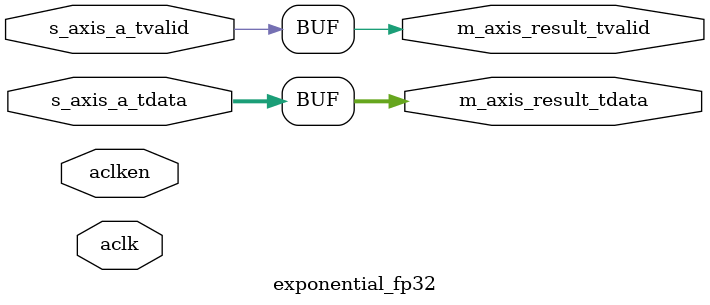
<source format=sv>


`timescale 1ns / 1ps
`default_nettype none


module exponential_fp32
        (
            input   var logic               aclk                 ,
            input   var logic               aclken               ,

            input   var logic   [31:0]      s_axis_a_tdata       ,
            input   var logic               s_axis_a_tvalid      ,

            output  var logic   [31:0]      m_axis_result_tdata  ,
            output  var logic               m_axis_result_tvalid 
        );

    assign m_axis_result_tdata  = s_axis_a_tdata;
    assign m_axis_result_tvalid = s_axis_a_tvalid;

endmodule


`default_nettype wire


// end of file

</source>
